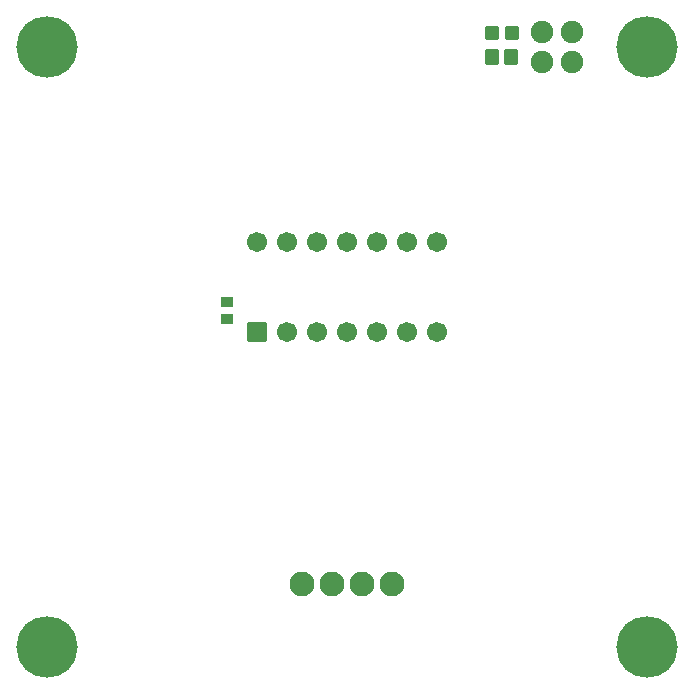
<source format=gts>
G04 Layer: TopSolderMaskLayer*
G04 EasyEDA v6.5.22, 2022-11-04 13:25:20*
G04 85924a54d7f443bcb71dc3a66c5b611b,5a6b42c53f6a479593ecc07194224c93,10*
G04 Gerber Generator version 0.2*
G04 Scale: 100 percent, Rotated: No, Reflected: No *
G04 Dimensions in millimeters *
G04 leading zeros omitted , absolute positions ,4 integer and 5 decimal *
%FSLAX45Y45*%
%MOMM*%

%AMMACRO1*1,1,$1,$2,$3*1,1,$1,$4,$5*1,1,$1,0-$2,0-$3*1,1,$1,0-$4,0-$5*20,1,$1,$2,$3,$4,$5,0*20,1,$1,$4,$5,0-$2,0-$3,0*20,1,$1,0-$2,0-$3,0-$4,0-$5,0*20,1,$1,0-$4,0-$5,$2,$3,0*4,1,4,$2,$3,$4,$5,0-$2,0-$3,0-$4,0-$5,$2,$3,0*%
%ADD10MACRO1,0.1016X0.45X0.4X0.45X-0.4*%
%ADD11MACRO1,0.1016X-0.8001X0.8001X0.8001X0.8001*%
%ADD12C,1.7018*%
%ADD13MACRO1,0.2032X-0.45X-0.5X-0.45X0.5*%
%ADD14MACRO1,0.2032X0.5X-0.55X-0.5X-0.55*%
%ADD15C,5.2032*%
%ADD16C,1.9016*%
%ADD17C,2.1016*%

%LPD*%
D10*
G01*
X1904997Y3155792D03*
G01*
X1904997Y3295792D03*
D11*
G01*
X2158994Y3047992D03*
D12*
G01*
X2413000Y3048000D03*
G01*
X3175000Y3048000D03*
G01*
X3429000Y3048000D03*
G01*
X2667000Y3048000D03*
G01*
X2921000Y3048000D03*
G01*
X3683000Y3048000D03*
G01*
X3683000Y3810000D03*
G01*
X3429000Y3810000D03*
G01*
X3175000Y3810000D03*
G01*
X2921000Y3810000D03*
G01*
X2667000Y3810000D03*
G01*
X2413000Y3810000D03*
G01*
X2159000Y3810000D03*
D13*
G01*
X4144091Y5575292D03*
G01*
X4314090Y5575292D03*
D14*
G01*
X4149092Y5372100D03*
G01*
X4309097Y5372100D03*
D15*
G01*
X381000Y5461000D03*
G01*
X5461000Y5461000D03*
G01*
X5461000Y381000D03*
G01*
X381000Y381000D03*
D16*
G01*
X4572000Y5588000D03*
G01*
X4572000Y5334000D03*
G01*
X4826000Y5334000D03*
G01*
X4826000Y5588000D03*
D17*
G01*
X3048000Y914400D03*
G01*
X2794000Y914400D03*
G01*
X2540000Y914400D03*
G01*
X3302000Y914400D03*
M02*

</source>
